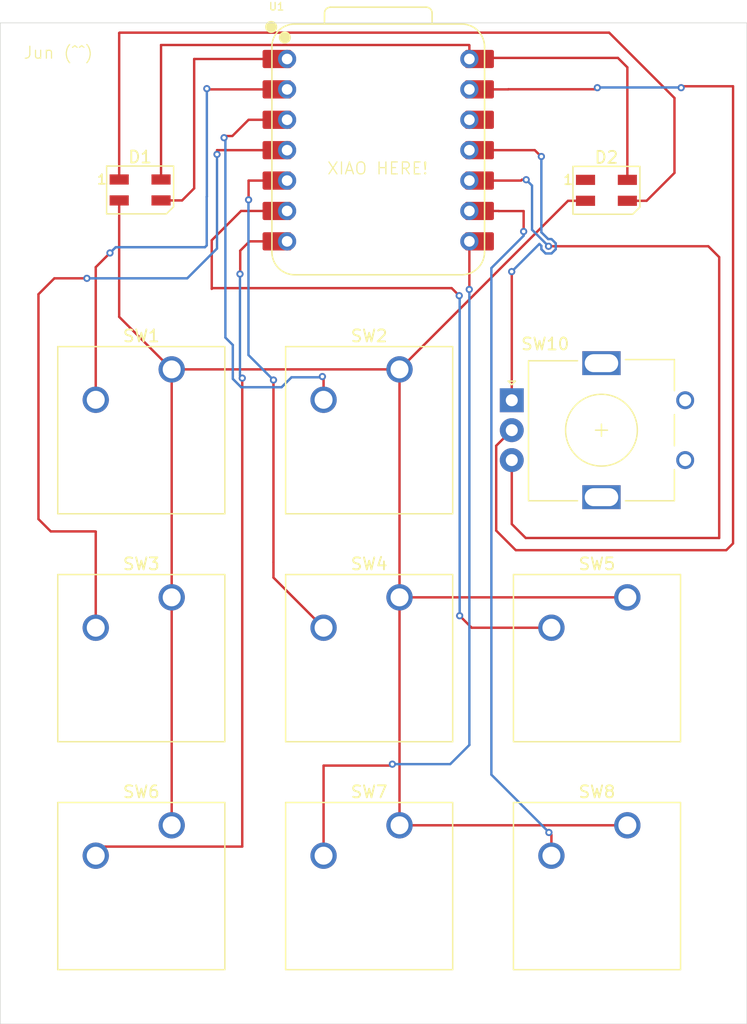
<source format=kicad_pcb>
(kicad_pcb (version 20241229) (generator "pcbnew") (generator_version "9.0")
  (title_block (title "Jun's Macropad") (date "2025-12-24") (company "Jun"))
  (layers (0 "F.Cu" signal) (2 "B.Cu" signal) (13 "F.Paste" user) (15 "B.Paste" user) (5 "F.SilkS" user "F.Silkscreen") (7 "B.SilkS" user "B.Silkscreen") (1 "F.Mask" user) (3 "B.Mask" user) (25 "Edge.Cuts" user))
  (net 0 "")
  (net 1 "GND")
  (net 2 "Net-(D1-DOUT)")
  (net 3 "Net-(D1-DIN)")
  (net 4 "+5V")
  (net 6 "Net-(U1-GPIO27{slash}ADC1{slash}A1)")
  (net 7 "Net-(U1-GPIO28{slash}ADC2{slash}A2)")
  (net 8 "Net-(U1-GPIO29{slash}ADC3{slash}A3)")
  (net 9 "Net-(U1-GPIO6{slash}SDA)")
  (net 10 "Net-(U1-GPIO7{slash}SCL)")
  (net 11 "Net-(U1-GPIO0{slash}TX)")
  (net 12 "Net-(U1-GPIO1{slash}RX)")
  (net 13 "Net-(U1-GPIO2{slash}SCK)")
  (net 14 "Net-(U1-GPIO3{slash}MOSI)")
  (net 15 "Net-(U1-GPIO4{slash}MISO)")
  (net 16 "Net-(U1-GND)")
  (footprint "Button_Switch_Keyboard:SW_Cherry_MX_1.00u_PCB" (layer "F.Cu") (at 154.495 124.21)
    (property "Reference" "SW7" (at -2.54 -2.794 0) (layer "F.SilkS"))
    (property "Value" "SW_Push")
    (fp_line (start -9.525 -1.905) (end 4.445 -1.905) (stroke (width 0.12)) (layer "F.SilkS"))
    (fp_line (start -9.525 12.065) (end -9.525 -1.905) (stroke (width 0.12)) (layer "F.SilkS"))
    (fp_line (start 4.445 -1.905) (end 4.445 12.065) (stroke (width 0.12)) (layer "F.SilkS"))
    (fp_line (start 4.445 12.065) (end -9.525 12.065) (stroke (width 0.12)) (layer "F.SilkS"))
    (pad "" np_thru_hole circle (at -7.62 5.08) (size 1.7 1.7) (drill 1.7) (layers "*.Cu" "*.Mask"))
    (pad "" np_thru_hole circle (at -2.54 5.08) (size 4 4) (drill 4) (layers "*.Cu" "*.Mask"))
    (pad "" np_thru_hole circle (at 2.54 5.08) (size 1.7 1.7) (drill 1.7) (layers "*.Cu" "*.Mask"))
    (pad "1" thru_hole circle (at 0 0) (size 2.2 2.2) (drill 1.5) (layers "*.Cu" "*.Mask") (net 1 "GND"))
    (pad "2" thru_hole circle (at -6.35 2.54) (size 2.2 2.2) (drill 1.5) (layers "*.Cu" "*.Mask") (net 12 "Net-(U1-GPIO1{slash}RX)"))
  )
  (footprint "Button_Switch_Keyboard:SW_Cherry_MX_1.00u_PCB" (layer "F.Cu") (at 135.445 105.16)
    (property "Reference" "SW3" (at -2.54 -2.794 0) (layer "F.SilkS"))
    (property "Value" "SW_Push")
    (fp_line (start -9.525 -1.905) (end 4.445 -1.905) (stroke (width 0.12)) (layer "F.SilkS"))
    (fp_line (start -9.525 12.065) (end -9.525 -1.905) (stroke (width 0.12)) (layer "F.SilkS"))
    (fp_line (start 4.445 -1.905) (end 4.445 12.065) (stroke (width 0.12)) (layer "F.SilkS"))
    (fp_line (start 4.445 12.065) (end -9.525 12.065) (stroke (width 0.12)) (layer "F.SilkS"))
    (pad "" np_thru_hole circle (at -7.62 5.08) (size 1.7 1.7) (drill 1.7) (layers "*.Cu" "*.Mask"))
    (pad "" np_thru_hole circle (at -2.54 5.08) (size 4 4) (drill 4) (layers "*.Cu" "*.Mask"))
    (pad "" np_thru_hole circle (at 2.54 5.08) (size 1.7 1.7) (drill 1.7) (layers "*.Cu" "*.Mask"))
    (pad "1" thru_hole circle (at 0 0) (size 2.2 2.2) (drill 1.5) (layers "*.Cu" "*.Mask") (net 1 "GND"))
    (pad "2" thru_hole circle (at -6.35 2.54) (size 2.2 2.2) (drill 1.5) (layers "*.Cu" "*.Mask") (net 8 "Net-(U1-GPIO29{slash}ADC3{slash}A3)"))
  )
  (footprint "Rotary_Encoder:RotaryEncoder_Alps_EC11E_Vertical_H20mm" (layer "F.Cu") (at 163.88 88.69)
    (property "Reference" "SW10" (at 2.8 -4.7 0) (layer "F.SilkS"))
    (property "Value" "RotaryEncoder")
    (fp_line (start -0.3 -1.6) (end 0.3 -1.6) (stroke (width 0.12)) (layer "F.SilkS"))
    (fp_line (start 0 -1.3) (end -0.3 -1.6) (stroke (width 0.12)) (layer "F.SilkS"))
    (fp_line (start 0.3 -1.6) (end 0 -1.3) (stroke (width 0.12)) (layer "F.SilkS"))
    (fp_line (start 1.4 -3.3) (end 1.4 8.4) (stroke (width 0.12)) (layer "F.SilkS"))
    (fp_line (start 5.5 -3.3) (end 1.4 -3.3) (stroke (width 0.12)) (layer "F.SilkS"))
    (fp_line (start 5.5 8.4) (end 1.4 8.4) (stroke (width 0.12)) (layer "F.SilkS"))
    (fp_line (start 7 2.5) (end 8 2.5) (stroke (width 0.12)) (layer "F.SilkS"))
    (fp_line (start 7.5 2) (end 7.5 3) (stroke (width 0.12)) (layer "F.SilkS"))
    (fp_line (start 9.5 -3.4) (end 13.6 -3.4) (stroke (width 0.12)) (layer "F.SilkS"))
    (fp_line (start 13.6 -3.4) (end 13.6 -0.8) (stroke (width 0.12)) (layer "F.SilkS"))
    (fp_line (start 13.6 1.2) (end 13.6 3.8) (stroke (width 0.12)) (layer "F.SilkS"))
    (fp_line (start 13.6 5.8) (end 13.6 8.4) (stroke (width 0.12)) (layer "F.SilkS"))
    (fp_line (start 13.6 8.4) (end 9.5 8.4) (stroke (width 0.12)) (layer "F.SilkS"))
    (fp_circle (center 7.5 2.5) (end 10.5 2.5) (stroke (width 0.12)) (fill no) (layer "F.SilkS"))
    (pad "" thru_hole circle (at 14.5 0) (size 1.5 1.5) (drill 1) (layers "*.Cu" "*.Mask"))
    (pad "" thru_hole circle (at 14.5 5) (size 1.5 1.5) (drill 1) (layers "*.Cu" "*.Mask"))
    (pad "A" thru_hole rect (at 0 0) (size 2 2) (drill 1) (layers "*.Cu" "*.Mask") (net 14 "Net-(U1-GPIO3{slash}MOSI)"))
    (pad "B" thru_hole circle (at 0 5) (size 2 2) (drill 1) (layers "*.Cu" "*.Mask") (net 15 "Net-(U1-GPIO4{slash}MISO)"))
    (pad "C" thru_hole circle (at 0 2.5) (size 2 2) (drill 1) (layers "*.Cu" "*.Mask") (net 16 "Net-(U1-GND)"))
    (pad "MP" thru_hole rect (at 7.5 -3.1) (size 3.2 2) (drill oval 2.8 1.5) (layers "*.Cu" "*.Mask"))
    (pad "MP" thru_hole rect (at 7.5 8.1) (size 3.2 2) (drill oval 2.8 1.5) (layers "*.Cu" "*.Mask"))
  )
  (footprint "Button_Switch_Keyboard:SW_Cherry_MX_1.00u_PCB" (layer "F.Cu") (at 154.495 105.16)
    (property "Reference" "SW4" (at -2.54 -2.794 0) (layer "F.SilkS"))
    (property "Value" "SW_Push")
    (fp_line (start -9.525 -1.905) (end 4.445 -1.905) (stroke (width 0.12)) (layer "F.SilkS"))
    (fp_line (start -9.525 12.065) (end -9.525 -1.905) (stroke (width 0.12)) (layer "F.SilkS"))
    (fp_line (start 4.445 -1.905) (end 4.445 12.065) (stroke (width 0.12)) (layer "F.SilkS"))
    (fp_line (start 4.445 12.065) (end -9.525 12.065) (stroke (width 0.12)) (layer "F.SilkS"))
    (pad "" np_thru_hole circle (at -7.62 5.08) (size 1.7 1.7) (drill 1.7) (layers "*.Cu" "*.Mask"))
    (pad "" np_thru_hole circle (at -2.54 5.08) (size 4 4) (drill 4) (layers "*.Cu" "*.Mask"))
    (pad "" np_thru_hole circle (at 2.54 5.08) (size 1.7 1.7) (drill 1.7) (layers "*.Cu" "*.Mask"))
    (pad "1" thru_hole circle (at 0 0) (size 2.2 2.2) (drill 1.5) (layers "*.Cu" "*.Mask") (net 1 "GND"))
    (pad "2" thru_hole circle (at -6.35 2.54) (size 2.2 2.2) (drill 1.5) (layers "*.Cu" "*.Mask") (net 9 "Net-(U1-GPIO6{slash}SDA)"))
  )
  (footprint "LED_SMD:LED_SK6812MINI_PLCC4_3.5x3.5mm_P1.75mm" (layer "F.Cu") (at 171.795 71.145)
    (property "Reference" "D2" (at 0 -2.75 0) (layer "F.SilkS"))
    (property "Value" "SK6812MINI")
    (fp_line (start -2.8 -2) (end -2.8 2) (stroke (width 0.12)) (layer "F.SilkS"))
    (fp_line (start -2.8 -2) (end 2.8 -2) (stroke (width 0.12)) (layer "F.SilkS"))
    (fp_line (start -2.8 2) (end 2.2 2) (stroke (width 0.12)) (layer "F.SilkS"))
    (fp_line (start 2.8 1.4) (end 2.2 2) (stroke (width 0.12)) (layer "F.SilkS"))
    (fp_line (start 2.8 1.4) (end 2.8 -2) (stroke (width 0.12)) (layer "F.SilkS"))
    (fp_text user "1" (at -3.2 -0.875 0) (layer "F.SilkS") (effects (font (size 0.8 0.8))))
    (pad "1" smd rect (at -1.75 -0.875) (size 1.6 0.85) (layers "F.Cu" "F.Mask" "F.Paste"))
    (pad "2" smd rect (at -1.75 0.875) (size 1.6 0.85) (layers "F.Cu" "F.Mask" "F.Paste") (net 1 "GND"))
    (pad "3" smd rect (at 1.75 0.875) (size 1.6 0.85) (layers "F.Cu" "F.Mask" "F.Paste") (net 2 "Net-(D1-DOUT)"))
    (pad "4" smd rect (at 1.75 -0.875) (size 1.6 0.85) (layers "F.Cu" "F.Mask" "F.Paste") (net 4 "+5V"))
  )
  (footprint "Button_Switch_Keyboard:SW_Cherry_MX_1.00u_PCB" (layer "F.Cu") (at 173.545 124.21)
    (property "Reference" "SW8" (at -2.54 -2.794 0) (layer "F.SilkS"))
    (property "Value" "SW_Push")
    (fp_line (start -9.525 -1.905) (end 4.445 -1.905) (stroke (width 0.12)) (layer "F.SilkS"))
    (fp_line (start -9.525 12.065) (end -9.525 -1.905) (stroke (width 0.12)) (layer "F.SilkS"))
    (fp_line (start 4.445 -1.905) (end 4.445 12.065) (stroke (width 0.12)) (layer "F.SilkS"))
    (fp_line (start 4.445 12.065) (end -9.525 12.065) (stroke (width 0.12)) (layer "F.SilkS"))
    (pad "" np_thru_hole circle (at -7.62 5.08) (size 1.7 1.7) (drill 1.7) (layers "*.Cu" "*.Mask"))
    (pad "" np_thru_hole circle (at -2.54 5.08) (size 4 4) (drill 4) (layers "*.Cu" "*.Mask"))
    (pad "" np_thru_hole circle (at 2.54 5.08) (size 1.7 1.7) (drill 1.7) (layers "*.Cu" "*.Mask"))
    (pad "1" thru_hole circle (at 0 0) (size 2.2 2.2) (drill 1.5) (layers "*.Cu" "*.Mask") (net 1 "GND"))
    (pad "2" thru_hole circle (at -6.35 2.54) (size 2.2 2.2) (drill 1.5) (layers "*.Cu" "*.Mask") (net 13 "Net-(U1-GPIO2{slash}SCK)"))
  )
  (footprint "Button_Switch_Keyboard:SW_Cherry_MX_1.00u_PCB" (layer "F.Cu") (at 154.495 86.11)
    (property "Reference" "SW2" (at -2.54 -2.794 0) (layer "F.SilkS"))
    (property "Value" "SW_Push")
    (fp_line (start -9.525 -1.905) (end 4.445 -1.905) (stroke (width 0.12)) (layer "F.SilkS"))
    (fp_line (start -9.525 12.065) (end -9.525 -1.905) (stroke (width 0.12)) (layer "F.SilkS"))
    (fp_line (start 4.445 -1.905) (end 4.445 12.065) (stroke (width 0.12)) (layer "F.SilkS"))
    (fp_line (start 4.445 12.065) (end -9.525 12.065) (stroke (width 0.12)) (layer "F.SilkS"))
    (pad "" np_thru_hole circle (at -7.62 5.08) (size 1.7 1.7) (drill 1.7) (layers "*.Cu" "*.Mask"))
    (pad "" np_thru_hole circle (at -2.54 5.08) (size 4 4) (drill 4) (layers "*.Cu" "*.Mask"))
    (pad "" np_thru_hole circle (at 2.54 5.08) (size 1.7 1.7) (drill 1.7) (layers "*.Cu" "*.Mask"))
    (pad "1" thru_hole circle (at 0 0) (size 2.2 2.2) (drill 1.5) (layers "*.Cu" "*.Mask") (net 1 "GND"))
    (pad "2" thru_hole circle (at -6.35 2.54) (size 2.2 2.2) (drill 1.5) (layers "*.Cu" "*.Mask") (net 7 "Net-(U1-GPIO28{slash}ADC2{slash}A2)"))
  )
  (footprint "Button_Switch_Keyboard:SW_Cherry_MX_1.00u_PCB" (layer "F.Cu") (at 173.545 105.16)
    (property "Reference" "SW5" (at -2.54 -2.794 0) (layer "F.SilkS"))
    (property "Value" "SW_Push")
    (fp_line (start -9.525 -1.905) (end 4.445 -1.905) (stroke (width 0.12)) (layer "F.SilkS"))
    (fp_line (start -9.525 12.065) (end -9.525 -1.905) (stroke (width 0.12)) (layer "F.SilkS"))
    (fp_line (start 4.445 -1.905) (end 4.445 12.065) (stroke (width 0.12)) (layer "F.SilkS"))
    (fp_line (start 4.445 12.065) (end -9.525 12.065) (stroke (width 0.12)) (layer "F.SilkS"))
    (pad "" np_thru_hole circle (at -7.62 5.08) (size 1.7 1.7) (drill 1.7) (layers "*.Cu" "*.Mask"))
    (pad "" np_thru_hole circle (at -2.54 5.08) (size 4 4) (drill 4) (layers "*.Cu" "*.Mask"))
    (pad "" np_thru_hole circle (at 2.54 5.08) (size 1.7 1.7) (drill 1.7) (layers "*.Cu" "*.Mask"))
    (pad "1" thru_hole circle (at 0 0) (size 2.2 2.2) (drill 1.5) (layers "*.Cu" "*.Mask") (net 1 "GND"))
    (pad "2" thru_hole circle (at -6.35 2.54) (size 2.2 2.2) (drill 1.5) (layers "*.Cu" "*.Mask") (net 10 "Net-(U1-GPIO7{slash}SCL)"))
  )
  (footprint "XIAO_Series_Library:XIAO-RP2040-DIP" (layer "F.Cu") (at 152.715 67.79)
    (property "Reference" "U1" (at -8.5 -12 0) (layer "F.SilkS") (effects (font (size 0.635 0.635) (thickness 0.1016))))
    (property "Value" "XIAO-RP2040-DIP")
    (fp_line (start -8.89 8.509) (end -8.89 -8.636) (stroke (width 0.127)) (layer "F.SilkS"))
    (fp_line (start -6.985 10.414) (end 6.985 10.414) (stroke (width 0.127)) (layer "F.SilkS"))
    (fp_line (start -4.495 -10.541) (end -4.491272 -11.451272) (stroke (width 0.127)) (layer "F.SilkS"))
    (fp_line (start -3.991272 -11.951) (end 4.004 -11.951) (stroke (width 0.127)) (layer "F.SilkS"))
    (fp_line (start 4.504 -11.451) (end 4.504 -10.541) (stroke (width 0.127)) (layer "F.SilkS"))
    (fp_line (start 6.985 -10.541) (end -6.985 -10.541) (stroke (width 0.1)) (layer "F.SilkS"))
    (fp_line (start 6.985 -10.541) (end -6.985 -10.541) (stroke (width 0.127)) (layer "F.SilkS"))
    (fp_line (start 8.89 8.509) (end 8.89 -8.636) (stroke (width 0.127)) (layer "F.SilkS"))
    (fp_arc (start -8.89 -8.636) (mid -8.332038 -9.983038) (end -6.985 -10.541) (stroke (width 0.127)) (layer "F.SilkS"))
    (fp_arc (start -6.985 10.414) (mid -8.332038 9.856038) (end -8.89 8.509) (stroke (width 0.127)) (layer "F.SilkS"))
    (fp_arc (start -4.491272 -11.451272) (mid -4.344728 -11.80464) (end -3.991272 -11.951) (stroke (width 0.127)) (layer "F.SilkS"))
    (fp_arc (start 4.004 -11.951) (mid 4.357553 -11.804553) (end 4.504 -11.451) (stroke (width 0.127)) (layer "F.SilkS"))
    (fp_arc (start 6.985 -10.541) (mid 8.332038 -9.983038) (end 8.89 -8.636) (stroke (width 0.127)) (layer "F.SilkS"))
    (fp_arc (start 8.89 8.509) (mid 8.332038 9.856038) (end 6.985 10.414) (stroke (width 0.127)) (layer "F.SilkS"))
    (fp_circle (center -8.95 -10.3) (end -8.95 -10.554) (stroke (width 0.5)) (fill yes) (layer "F.SilkS"))
    (fp_circle (center -7.807 -9.42) (end -7.807 -9.674) (stroke (width 0.5)) (fill yes) (layer "F.SilkS"))
    (pad "1" smd roundrect (at -8.455 -7.62 180) (size 2.432 1.524) (layers "F.Cu" "F.Mask") (roundrect_rratio 0.1) (net 3 "Net-(D1-DIN)"))
    (pad "1" thru_hole circle (at -7.62 -7.62 180) (size 1.524 1.524) (drill 0.889) (layers "*.Cu" "*.Mask") (net 3 "Net-(D1-DIN)"))
    (pad "2" smd roundrect (at -8.455 -5.08 180) (size 2.432 1.524) (layers "F.Cu" "F.Mask") (roundrect_rratio 0.1) (net 6 "Net-(U1-GPIO27{slash}ADC1{slash}A1)"))
    (pad "2" thru_hole circle (at -7.62 -5.08 180) (size 1.524 1.524) (drill 0.889) (layers "*.Cu" "*.Mask") (net 6 "Net-(U1-GPIO27{slash}ADC1{slash}A1)"))
    (pad "3" smd roundrect (at -8.455 -2.54 180) (size 2.432 1.524) (layers "F.Cu" "F.Mask") (roundrect_rratio 0.1) (net 7 "Net-(U1-GPIO28{slash}ADC2{slash}A2)"))
    (pad "3" thru_hole circle (at -7.62 -2.54 180) (size 1.524 1.524) (drill 0.889) (layers "*.Cu" "*.Mask") (net 7 "Net-(U1-GPIO28{slash}ADC2{slash}A2)"))
    (pad "4" smd roundrect (at -8.455 0 180) (size 2.432 1.524) (layers "F.Cu" "F.Mask") (roundrect_rratio 0.1) (net 8 "Net-(U1-GPIO29{slash}ADC3{slash}A3)"))
    (pad "4" thru_hole circle (at -7.62 0 180) (size 1.524 1.524) (drill 0.889) (layers "*.Cu" "*.Mask") (net 8 "Net-(U1-GPIO29{slash}ADC3{slash}A3)"))
    (pad "5" smd roundrect (at -8.455 2.54 180) (size 2.432 1.524) (layers "F.Cu" "F.Mask") (roundrect_rratio 0.1) (net 9 "Net-(U1-GPIO6{slash}SDA)"))
    (pad "5" thru_hole circle (at -7.62 2.54 180) (size 1.524 1.524) (drill 0.889) (layers "*.Cu" "*.Mask") (net 9 "Net-(U1-GPIO6{slash}SDA)"))
    (pad "6" smd roundrect (at -8.455 5.08 180) (size 2.432 1.524) (layers "F.Cu" "F.Mask") (roundrect_rratio 0.1) (net 10 "Net-(U1-GPIO7{slash}SCL)"))
    (pad "6" thru_hole circle (at -7.62 5.08 180) (size 1.524 1.524) (drill 0.889) (layers "*.Cu" "*.Mask") (net 10 "Net-(U1-GPIO7{slash}SCL)"))
    (pad "7" smd roundrect (at -8.455 7.62 180) (size 2.432 1.524) (layers "F.Cu" "F.Mask") (roundrect_rratio 0.1) (net 11 "Net-(U1-GPIO0{slash}TX)"))
    (pad "7" thru_hole circle (at -7.62 7.62 180) (size 1.524 1.524) (drill 0.889) (layers "*.Cu" "*.Mask") (net 11 "Net-(U1-GPIO0{slash}TX)"))
    (pad "8" thru_hole circle (at 7.62 7.62) (size 1.524 1.524) (drill 0.889) (layers "*.Cu" "*.Mask") (net 12 "Net-(U1-GPIO1{slash}RX)"))
    (pad "8" smd roundrect (at 8.455 7.62) (size 2.432 1.524) (layers "F.Cu" "F.Mask") (roundrect_rratio 0.1) (net 12 "Net-(U1-GPIO1{slash}RX)"))
    (pad "9" thru_hole circle (at 7.62 5.08) (size 1.524 1.524) (drill 0.889) (layers "*.Cu" "*.Mask") (net 13 "Net-(U1-GPIO2{slash}SCK)"))
    (pad "9" smd roundrect (at 8.455 5.08) (size 2.432 1.524) (layers "F.Cu" "F.Mask") (roundrect_rratio 0.1) (net 13 "Net-(U1-GPIO2{slash}SCK)"))
    (pad "10" thru_hole circle (at 7.62 2.54) (size 1.524 1.524) (drill 0.889) (layers "*.Cu" "*.Mask") (net 15 "Net-(U1-GPIO4{slash}MISO)"))
    (pad "10" smd roundrect (at 8.455 2.54) (size 2.432 1.524) (layers "F.Cu" "F.Mask") (roundrect_rratio 0.1) (net 15 "Net-(U1-GPIO4{slash}MISO)"))
    (pad "11" thru_hole circle (at 7.62 0) (size 1.524 1.524) (drill 0.889) (layers "*.Cu" "*.Mask") (net 14 "Net-(U1-GPIO3{slash}MOSI)"))
    (pad "11" smd roundrect (at 8.455 0) (size 2.432 1.524) (layers "F.Cu" "F.Mask") (roundrect_rratio 0.1) (net 14 "Net-(U1-GPIO3{slash}MOSI)"))
    (pad "12" thru_hole circle (at 7.62 -2.54) (size 1.524 1.524) (drill 0.889) (layers "*.Cu" "*.Mask"))
    (pad "12" smd roundrect (at 8.455 -2.54) (size 2.432 1.524) (layers "F.Cu" "F.Mask") (roundrect_rratio 0.1))
    (pad "13" thru_hole circle (at 7.62 -5.08) (size 1.524 1.524) (drill 0.889) (layers "*.Cu" "*.Mask") (net 16 "Net-(U1-GND)"))
    (pad "13" smd roundrect (at 8.455 -5.08) (size 2.432 1.524) (layers "F.Cu" "F.Mask") (roundrect_rratio 0.1) (net 16 "Net-(U1-GND)"))
    (pad "14" thru_hole circle (at 7.62 -7.62) (size 1.524 1.524) (drill 0.889) (layers "*.Cu" "*.Mask") (net 4 "+5V"))
    (pad "14" smd roundrect (at 8.455 -7.62) (size 2.432 1.524) (layers "F.Cu" "F.Mask") (roundrect_rratio 0.1) (net 4 "+5V"))
  )
  (footprint "Button_Switch_Keyboard:SW_Cherry_MX_1.00u_PCB" (layer "F.Cu") (at 135.445 86.11)
    (property "Reference" "SW1" (at -2.54 -2.794 0) (layer "F.SilkS"))
    (property "Value" "SW_Push")
    (fp_line (start -9.525 -1.905) (end 4.445 -1.905) (stroke (width 0.12)) (layer "F.SilkS"))
    (fp_line (start -9.525 12.065) (end -9.525 -1.905) (stroke (width 0.12)) (layer "F.SilkS"))
    (fp_line (start 4.445 -1.905) (end 4.445 12.065) (stroke (width 0.12)) (layer "F.SilkS"))
    (fp_line (start 4.445 12.065) (end -9.525 12.065) (stroke (width 0.12)) (layer "F.SilkS"))
    (pad "" np_thru_hole circle (at -7.62 5.08) (size 1.7 1.7) (drill 1.7) (layers "*.Cu" "*.Mask"))
    (pad "" np_thru_hole circle (at -2.54 5.08) (size 4 4) (drill 4) (layers "*.Cu" "*.Mask"))
    (pad "" np_thru_hole circle (at 2.54 5.08) (size 1.7 1.7) (drill 1.7) (layers "*.Cu" "*.Mask"))
    (pad "1" thru_hole circle (at 0 0) (size 2.2 2.2) (drill 1.5) (layers "*.Cu" "*.Mask") (net 1 "GND"))
    (pad "2" thru_hole circle (at -6.35 2.54) (size 2.2 2.2) (drill 1.5) (layers "*.Cu" "*.Mask") (net 6 "Net-(U1-GPIO27{slash}ADC1{slash}A1)"))
  )
  (footprint "LED_SMD:LED_SK6812MINI_PLCC4_3.5x3.5mm_P1.75mm" (layer "F.Cu") (at 132.805 71.115)
    (property "Reference" "D1" (at 0 -2.75 0) (layer "F.SilkS"))
    (property "Value" "SK6812MINI")
    (fp_line (start -2.8 -2) (end -2.8 2) (stroke (width 0.12)) (layer "F.SilkS"))
    (fp_line (start -2.8 -2) (end 2.8 -2) (stroke (width 0.12)) (layer "F.SilkS"))
    (fp_line (start -2.8 2) (end 2.2 2) (stroke (width 0.12)) (layer "F.SilkS"))
    (fp_line (start 2.8 1.4) (end 2.2 2) (stroke (width 0.12)) (layer "F.SilkS"))
    (fp_line (start 2.8 1.4) (end 2.8 -2) (stroke (width 0.12)) (layer "F.SilkS"))
    (fp_text user "1" (at -3.2 -0.875 0) (layer "F.SilkS") (effects (font (size 0.8 0.8))))
    (pad "1" smd rect (at -1.75 -0.875) (size 1.6 0.85) (layers "F.Cu" "F.Mask" "F.Paste") (net 2 "Net-(D1-DOUT)"))
    (pad "2" smd rect (at -1.75 0.875) (size 1.6 0.85) (layers "F.Cu" "F.Mask" "F.Paste") (net 1 "GND"))
    (pad "3" smd rect (at 1.75 0.875) (size 1.6 0.85) (layers "F.Cu" "F.Mask" "F.Paste") (net 3 "Net-(D1-DIN)"))
    (pad "4" smd rect (at 1.75 -0.875) (size 1.6 0.85) (layers "F.Cu" "F.Mask" "F.Paste") (net 4 "+5V"))
  )
  (footprint "Button_Switch_Keyboard:SW_Cherry_MX_1.00u_PCB" (layer "F.Cu") (at 135.445 124.21)
    (property "Reference" "SW6" (at -2.54 -2.794 0) (layer "F.SilkS"))
    (property "Value" "SW_Push")
    (fp_line (start -9.525 -1.905) (end 4.445 -1.905) (stroke (width 0.12)) (layer "F.SilkS"))
    (fp_line (start -9.525 12.065) (end -9.525 -1.905) (stroke (width 0.12)) (layer "F.SilkS"))
    (fp_line (start 4.445 -1.905) (end 4.445 12.065) (stroke (width 0.12)) (layer "F.SilkS"))
    (fp_line (start 4.445 12.065) (end -9.525 12.065) (stroke (width 0.12)) (layer "F.SilkS"))
    (pad "" np_thru_hole circle (at -7.62 5.08) (size 1.7 1.7) (drill 1.7) (layers "*.Cu" "*.Mask"))
    (pad "" np_thru_hole circle (at -2.54 5.08) (size 4 4) (drill 4) (layers "*.Cu" "*.Mask"))
    (pad "" np_thru_hole circle (at 2.54 5.08) (size 1.7 1.7) (drill 1.7) (layers "*.Cu" "*.Mask"))
    (pad "1" thru_hole circle (at 0 0) (size 2.2 2.2) (drill 1.5) (layers "*.Cu" "*.Mask") (net 1 "GND"))
    (pad "2" thru_hole circle (at -6.35 2.54) (size 2.2 2.2) (drill 1.5) (layers "*.Cu" "*.Mask") (net 11 "Net-(U1-GPIO0{slash}TX)"))
  )
  (gr_rect (start 121.115 57.15) (end 183.535 140.81) (stroke (width 0.05)) (fill no) (layer "Edge.Cuts"))
  (gr_text "Jun (^^)" (at 122.995 60.23 0) (layer "F.SilkS") (effects (font (size 1 1) (thickness 0.1)) (justify left bottom)))
  (gr_text "XIAO HERE!" (at 148.385 69.9 0) (layer "F.SilkS") (effects (font (size 1 1) (thickness 0.1)) (justify left bottom)))
  (segment (start 135.445 105.16) (end 135.445 86.11) (width 0.2) (layer "F.Cu") (net 1))
  (segment (start 170.045 72.02) (end 168.585 72.02) (width 0.2) (layer "F.Cu") (net 1))
  (segment (start 173.545 124.21) (end 154.495 124.21) (width 0.2) (layer "F.Cu") (net 1))
  (segment (start 131.055 81.72) (end 135.445 86.11) (width 0.2) (layer "F.Cu") (net 1))
  (segment (start 131.055 71.99) (end 131.055 81.72) (width 0.2) (layer "F.Cu") (net 1))
  (segment (start 135.445 124.21) (end 135.445 105.16) (width 0.2) (layer "F.Cu") (net 1))
  (segment (start 154.495 124.21) (end 154.495 105.16) (width 0.2) (layer "F.Cu") (net 1))
  (segment (start 168.585 72.02) (end 154.495 86.11) (width 0.2) (layer "F.Cu") (net 1))
  (segment (start 135.445 86.11) (end 154.495 86.11) (width 0.2) (layer "F.Cu") (net 1))
  (segment (start 173.545 105.16) (end 154.495 105.16) (width 0.2) (layer "F.Cu") (net 1))
  (segment (start 154.495 105.16) (end 154.495 86.11) (width 0.2) (layer "F.Cu") (net 1))
  (segment (start 131.055 70.24) (end 131.055 58) (width 0.2) (layer "F.Cu") (net 2))
  (segment (start 175.155 72.02) (end 173.545 72.02) (width 0.2) (layer "F.Cu") (net 2))
  (segment (start 177.485 69.69) (end 175.155 72.02) (width 0.2) (layer "F.Cu") (net 2))
  (segment (start 172.025 57.97) (end 177.485 63.43) (width 0.2) (layer "F.Cu") (net 2))
  (segment (start 131.055 58) (end 131.085 57.97) (width 0.2) (layer "F.Cu") (net 2))
  (segment (start 131.085 57.97) (end 172.025 57.97) (width 0.2) (layer "F.Cu") (net 2))
  (segment (start 177.485 63.43) (end 177.485 69.69) (width 0.2) (layer "F.Cu") (net 2))
  (segment (start 137.325 70.98) (end 136.315 71.99) (width 0.2) (layer "F.Cu") (net 3))
  (segment (start 137.325 60.17) (end 137.325 70.98) (width 0.2) (layer "F.Cu") (net 3))
  (segment (start 145.095 60.17) (end 137.325 60.17) (width 0.2) (layer "F.Cu") (net 3))
  (segment (start 136.315 71.99) (end 134.555 71.99) (width 0.2) (layer "F.Cu") (net 3))
  (segment (start 134.555 59) (end 160.305 59) (width 0.2) (layer "F.Cu") (net 4))
  (segment (start 160.335 59.03) (end 160.335 60.17) (width 0.2) (layer "F.Cu") (net 4))
  (segment (start 173.545 70.27) (end 173.545 60.87) (width 0.2) (layer "F.Cu") (net 4))
  (segment (start 134.555 70.24) (end 134.555 59) (width 0.2) (layer "F.Cu") (net 4))
  (segment (start 172.755 60.08) (end 160.425 60.08) (width 0.2) (layer "F.Cu") (net 4))
  (segment (start 173.545 60.87) (end 172.755 60.08) (width 0.2) (layer "F.Cu") (net 4))
  (segment (start 160.305 59) (end 160.335 59.03) (width 0.2) (layer "F.Cu") (net 4))
  (segment (start 160.425 60.08) (end 160.335 60.17) (width 0.2) (layer "F.Cu") (net 4))
  (segment (start 129.095 88.65) (end 129.095 77.57) (width 0.2) (layer "F.Cu") (net 6))
  (segment (start 138.385 62.65) (end 138.445 62.71) (width 0.2) (layer "F.Cu") (net 6))
  (segment (start 129.095 77.57) (end 130.285 76.38) (width 0.2) (layer "F.Cu") (net 6))
  (segment (start 138.445 62.71) (end 145.095 62.71) (width 0.2) (layer "F.Cu") (net 6))
  (via (at 130.285 76.38) (size 0.6) (drill 0.3) (layers "F.Cu" "B.Cu") (net 6))
  (via (at 138.385 62.65) (size 0.6) (drill 0.3) (layers "F.Cu" "B.Cu") (net 6))
  (segment (start 138.385 62.65) (end 138.385 71.67) (width 0.2) (layer "B.Cu") (net 6))
  (segment (start 138.225 75.9) (end 130.765 75.9) (width 0.2) (layer "B.Cu") (net 6))
  (segment (start 138.375 75.75) (end 138.225 75.9) (width 0.2) (layer "B.Cu") (net 6))
  (segment (start 130.765 75.9) (end 130.285 76.38) (width 0.2) (layer "B.Cu") (net 6))
  (segment (start 138.385 71.67) (end 138.375 71.68) (width 0.2) (layer "B.Cu") (net 6))
  (segment (start 138.375 71.68) (end 138.375 75.75) (width 0.2) (layer "B.Cu") (net 6))
  (segment (start 139.825 66.75) (end 139.965 66.61) (width 0.2) (layer "F.Cu") (net 7))
  (segment (start 140.515 66.61) (end 141.875 65.25) (width 0.2) (layer "F.Cu") (net 7))
  (segment (start 139.965 66.61) (end 140.515 66.61) (width 0.2) (layer "F.Cu") (net 7))
  (segment (start 148.145 86.81) (end 148.045 86.71) (width 0.2) (layer "F.Cu") (net 7))
  (segment (start 148.145 88.65) (end 148.145 86.81) (width 0.2) (layer "F.Cu") (net 7))
  (segment (start 141.875 65.25) (end 145.095 65.25) (width 0.2) (layer "F.Cu") (net 7))
  (via (at 139.825 66.75) (size 0.6) (drill 0.3) (layers "F.Cu" "B.Cu") (net 7))
  (via (at 148.045 86.71) (size 0.6) (drill 0.3) (layers "F.Cu" "B.Cu") (net 7))
  (segment (start 139.935 83.45) (end 140.555 84.07) (width 0.2) (layer "B.Cu") (net 7))
  (segment (start 144.634 87.601) (end 145.465 86.77) (width 0.2) (layer "B.Cu") (net 7))
  (segment (start 140.555 86.899943) (end 141.256057 87.601) (width 0.2) (layer "B.Cu") (net 7))
  (segment (start 139.935 66.86) (end 139.935 83.45) (width 0.2) (layer "B.Cu") (net 7))
  (segment (start 140.555 84.07) (end 140.555 86.899943) (width 0.2) (layer "B.Cu") (net 7))
  (segment (start 147.985 86.77) (end 148.045 86.71) (width 0.2) (layer "B.Cu") (net 7))
  (segment (start 141.256057 87.601) (end 144.634 87.601) (width 0.2) (layer "B.Cu") (net 7))
  (segment (start 139.825 66.75) (end 139.935 66.86) (width 0.2) (layer "B.Cu") (net 7))
  (segment (start 145.465 86.77) (end 147.985 86.77) (width 0.2) (layer "B.Cu") (net 7))
  (segment (start 124.305 79.83) (end 125.635 78.5) (width 0.2) (layer "F.Cu") (net 8))
  (segment (start 129.095 107.7) (end 129.095 99.67) (width 0.2) (layer "F.Cu") (net 8))
  (segment (start 124.305 98.62) (end 124.305 79.83) (width 0.2) (layer "F.Cu") (net 8))
  (segment (start 139.235 68.14) (end 139.235 67.79) (width 0.2) (layer "F.Cu") (net 8))
  (segment (start 129.075 99.65) (end 125.335 99.65) (width 0.2) (layer "F.Cu") (net 8))
  (segment (start 125.335 99.65) (end 124.305 98.62) (width 0.2) (layer "F.Cu") (net 8))
  (segment (start 129.095 99.67) (end 129.075 99.65) (width 0.2) (layer "F.Cu") (net 8))
  (segment (start 139.235 67.79) (end 145.095 67.79) (width 0.2) (layer "F.Cu") (net 8))
  (segment (start 125.635 78.5) (end 128.355 78.5) (width 0.2) (layer "F.Cu") (net 8))
  (via (at 139.235 68.14) (size 0.6) (drill 0.3) (layers "F.Cu" "B.Cu") (net 8))
  (via (at 128.355 78.5) (size 0.6) (drill 0.3) (layers "F.Cu" "B.Cu") (net 8))
  (segment (start 136.745 78.5) (end 128.355 78.5) (width 0.2) (layer "B.Cu") (net 8))
  (segment (start 139.235 76.01) (end 136.745 78.5) (width 0.2) (layer "B.Cu") (net 8))
  (segment (start 139.235 68.14) (end 139.235 76.01) (width 0.2) (layer "B.Cu") (net 8))
  (segment (start 143.895 87.06) (end 143.955 87) (width 0.2) (layer "F.Cu") (net 9))
  (segment (start 141.875 71.94) (end 141.875 70.33) (width 0.2) (layer "F.Cu") (net 9))
  (segment (start 143.955 103.51) (end 143.955 102.23) (width 0.2) (layer "F.Cu") (net 9))
  (segment (start 148.145 107.7) (end 143.955 103.51) (width 0.2) (layer "F.Cu") (net 9))
  (segment (start 143.955 87.24) (end 143.895 87.18) (width 0.2) (layer "F.Cu") (net 9))
  (segment (start 143.955 102.23) (end 143.955 87.24) (width 0.2) (layer "F.Cu") (net 9))
  (segment (start 141.875 70.33) (end 145.095 70.33) (width 0.2) (layer "F.Cu") (net 9))
  (segment (start 143.895 87.18) (end 143.895 87.06) (width 0.2) (layer "F.Cu") (net 9))
  (via (at 143.955 87) (size 0.6) (drill 0.3) (layers "F.Cu" "B.Cu") (net 9))
  (via (at 141.875 71.94) (size 0.6) (drill 0.3) (layers "F.Cu" "B.Cu") (net 9))
  (segment (start 141.865 71.95) (end 141.865 84.91) (width 0.2) (layer "B.Cu") (net 9))
  (segment (start 141.865 84.91) (end 143.955 87) (width 0.2) (layer "B.Cu") (net 9))
  (segment (start 141.875 71.94) (end 141.865 71.95) (width 0.2) (layer "B.Cu") (net 9))
  (segment (start 141.245 72.87) (end 145.095 72.87) (width 0.2) (layer "F.Cu") (net 10))
  (segment (start 138.855 79.32) (end 138.795 79.38) (width 0.2) (layer "F.Cu") (net 10))
  (segment (start 167.195 107.7) (end 160.525 107.7) (width 0.2) (layer "F.Cu") (net 10))
  (segment (start 159.485 79.95) (end 158.855 79.32) (width 0.2) (layer "F.Cu") (net 10))
  (segment (start 160.525 107.7) (end 159.525 106.7) (width 0.2) (layer "F.Cu") (net 10))
  (segment (start 138.795 75.32) (end 141.245 72.87) (width 0.2) (layer "F.Cu") (net 10))
  (segment (start 158.855 79.32) (end 138.855 79.32) (width 0.2) (layer "F.Cu") (net 10))
  (segment (start 138.795 79.38) (end 138.795 75.32) (width 0.2) (layer "F.Cu") (net 10))
  (via (at 159.485 79.95) (size 0.6) (drill 0.3) (layers "F.Cu" "B.Cu") (net 10))
  (via (at 159.525 106.7) (size 0.6) (drill 0.3) (layers "F.Cu" "B.Cu") (net 10))
  (segment (start 159.485 79.95) (end 159.525 79.99) (width 0.2) (layer "B.Cu") (net 10))
  (segment (start 159.525 79.99) (end 159.525 106.7) (width 0.2) (layer "B.Cu") (net 10))
  (segment (start 141.345 125.99) (end 141.345 86.84) (width 0.2) (layer "F.Cu") (net 11))
  (segment (start 129.095 126.75) (end 129.855 125.99) (width 0.2) (layer "F.Cu") (net 11))
  (segment (start 129.855 125.99) (end 141.345 125.99) (width 0.2) (layer "F.Cu") (net 11))
  (segment (start 141.155 78.14) (end 141.175 78.12) (width 0.2) (layer "F.Cu") (net 11))
  (segment (start 141.175 78.12) (end 141.175 76.19) (width 0.2) (layer "F.Cu") (net 11))
  (segment (start 141.955 75.41) (end 145.095 75.41) (width 0.2) (layer "F.Cu") (net 11))
  (segment (start 141.175 76.19) (end 141.955 75.41) (width 0.2) (layer "F.Cu") (net 11))
  (via (at 141.345 86.84) (size 0.6) (drill 0.3) (layers "F.Cu" "B.Cu") (net 11))
  (via (at 141.155 78.14) (size 0.6) (drill 0.3) (layers "F.Cu" "B.Cu") (net 11))
  (segment (start 141.155 86.65) (end 141.345 86.84) (width 0.2) (layer "B.Cu") (net 11))
  (segment (start 141.155 78.14) (end 141.155 86.65) (width 0.2) (layer "B.Cu") (net 11))
  (segment (start 148.145 119.22) (end 153.775 119.22) (width 0.2) (layer "F.Cu") (net 12))
  (segment (start 148.145 126.75) (end 148.145 119.22) (width 0.2) (layer "F.Cu") (net 12))
  (segment (start 160.325735 79.430735) (end 160.335 79.42147) (width 0.2) (layer "F.Cu") (net 12))
  (segment (start 160.335 79.42147) (end 160.335 75.41) (width 0.2) (layer "F.Cu") (net 12))
  (segment (start 153.775 119.22) (end 153.895 119.1) (width 0.2) (layer "F.Cu") (net 12))
  (via (at 160.325735 79.430735) (size 0.6) (drill 0.3) (layers "F.Cu" "B.Cu") (net 12))
  (via (at 153.895 119.1) (size 0.6) (drill 0.3) (layers "F.Cu" "B.Cu") (net 12))
  (segment (start 160.335 117.49) (end 160.34 117.495) (width 0.2) (layer "B.Cu") (net 12))
  (segment (start 160.34 117.495) (end 158.735 119.1) (width 0.2) (layer "B.Cu") (net 12))
  (segment (start 158.735 119.1) (end 153.895 119.1) (width 0.2) (layer "B.Cu") (net 12))
  (segment (start 160.325735 79.430735) (end 160.335 79.44) (width 0.2) (layer "B.Cu") (net 12))
  (segment (start 160.335 79.44) (end 160.335 117.49) (width 0.2) (layer "B.Cu") (net 12))
  (segment (start 164.872899 72.88) (end 162.795 72.88) (width 0.2) (layer "F.Cu") (net 13))
  (segment (start 167.195 125) (end 167.195 126.75) (width 0.2) (layer "F.Cu") (net 13))
  (segment (start 162.785 72.87) (end 160.335 72.87) (width 0.2) (layer "F.Cu") (net 13))
  (segment (start 164.872899 74.586428) (end 164.872899 72.88) (width 0.2) (layer "F.Cu") (net 13))
  (segment (start 167.005 124.81) (end 167.195 125) (width 0.2) (layer "F.Cu") (net 13))
  (segment (start 166.985 124.81) (end 167.005 124.81) (width 0.2) (layer "F.Cu") (net 13))
  (segment (start 162.795 72.88) (end 162.785 72.87) (width 0.2) (layer "F.Cu") (net 13))
  (via (at 166.985 124.81) (size 0.6) (drill 0.3) (layers "F.Cu" "B.Cu") (net 13))
  (via (at 164.872899 74.586428) (size 0.6) (drill 0.3) (layers "F.Cu" "B.Cu") (net 13))
  (segment (start 166.985 124.81) (end 166.985 124.79) (width 0.2) (layer "B.Cu") (net 13))
  (segment (start 162.175 77.64) (end 164.872899 74.942101) (width 0.2) (layer "B.Cu") (net 13))
  (segment (start 166.985 124.79) (end 162.175 119.98) (width 0.2) (layer "B.Cu") (net 13))
  (segment (start 162.175 119.98) (end 162.175 77.64) (width 0.2) (layer "B.Cu") (net 13))
  (segment (start 164.872899 74.942101) (end 164.872899 74.586428) (width 0.2) (layer "B.Cu") (net 13))
  (segment (start 163.88 77.945) (end 163.875 77.94) (width 0.2) (layer "F.Cu") (net 14))
  (segment (start 166.335 68.32) (end 165.805 67.79) (width 0.2) (layer "F.Cu") (net 14))
  (segment (start 165.805 67.79) (end 160.335 67.79) (width 0.2) (layer "F.Cu") (net 14))
  (segment (start 166.355 68.32) (end 166.335 68.32) (width 0.2) (layer "F.Cu") (net 14))
  (segment (start 163.88 88.69) (end 163.88 77.945) (width 0.2) (layer "F.Cu") (net 14))
  (via (at 166.355 68.32) (size 0.6) (drill 0.3) (layers "F.Cu" "B.Cu") (net 14))
  (via (at 163.875 77.94) (size 0.6) (drill 0.3) (layers "F.Cu" "B.Cu") (net 14))
  (segment (start 166.354 76.068943) (end 166.354 75.7861) (width 0.2) (layer "B.Cu") (net 14))
  (segment (start 166.354 75.7861) (end 166.19145 75.62355) (width 0.2) (layer "B.Cu") (net 14))
  (segment (start 166.355 68.32) (end 166.355 74.6529) (width 0.2) (layer "B.Cu") (net 14))
  (segment (start 166.355 74.6529) (end 166.9211 75.219) (width 0.2) (layer "B.Cu") (net 14))
  (segment (start 167.203943 75.219) (end 167.556 75.571057) (width 0.2) (layer "B.Cu") (net 14))
  (segment (start 166.9211 75.219) (end 167.203943 75.219) (width 0.2) (layer "B.Cu") (net 14))
  (segment (start 167.556 75.571057) (end 167.556 76.068943) (width 0.2) (layer "B.Cu") (net 14))
  (segment (start 167.556 76.068943) (end 167.203943 76.421) (width 0.2) (layer "B.Cu") (net 14))
  (segment (start 166.706057 76.421) (end 166.354 76.068943) (width 0.2) (layer "B.Cu") (net 14))
  (segment (start 167.203943 76.421) (end 166.706057 76.421) (width 0.2) (layer "B.Cu") (net 14))
  (segment (start 166.19145 75.62355) (end 163.875 77.94) (width 0.2) (layer "B.Cu") (net 14))
  (segment (start 163.88 93.69) (end 163.88 99.035) (width 0.2) (layer "F.Cu") (net 15))
  (segment (start 165.045 100.2) (end 181.225 100.2) (width 0.2) (layer "F.Cu") (net 15))
  (segment (start 181.225 76.73) (end 180.315 75.82) (width 0.2) (layer "F.Cu") (net 15))
  (segment (start 164.725 70.26) (end 164.655 70.33) (width 0.2) (layer "F.Cu") (net 15))
  (segment (start 180.315 75.82) (end 166.955 75.82) (width 0.2) (layer "F.Cu") (net 15))
  (segment (start 164.655 70.33) (end 160.335 70.33) (width 0.2) (layer "F.Cu") (net 15))
  (segment (start 181.225 100.2) (end 181.225 76.73) (width 0.2) (layer "F.Cu") (net 15))
  (segment (start 165.085 70.26) (end 164.725 70.26) (width 0.2) (layer "F.Cu") (net 15))
  (segment (start 163.88 99.035) (end 165.045 100.2) (width 0.2) (layer "F.Cu") (net 15))
  (via (at 166.955 75.82) (size 0.6) (drill 0.3) (layers "F.Cu" "B.Cu") (net 15))
  (via (at 165.085 70.26) (size 0.6) (drill 0.3) (layers "F.Cu" "B.Cu") (net 15))
  (segment (start 165.575 70.75) (end 165.085 70.26) (width 0.2) (layer "B.Cu") (net 15))
  (segment (start 165.575 74.44) (end 165.575 70.75) (width 0.2) (layer "B.Cu") (net 15))
  (segment (start 166.955 75.82) (end 165.575 74.44) (width 0.2) (layer "B.Cu") (net 15))
  (segment (start 178.045 62.46) (end 178.055 62.45) (width 0.2) (layer "F.Cu") (net 16))
  (segment (start 162.579 99.584) (end 162.579 92.491) (width 0.2) (layer "F.Cu") (net 16))
  (segment (start 178.045 62.57) (end 178.045 62.46) (width 0.2) (layer "F.Cu") (net 16))
  (segment (start 181.815 101.22) (end 164.215 101.22) (width 0.2) (layer "F.Cu") (net 16))
  (segment (start 162.579 92.491) (end 163.88 91.19) (width 0.2) (layer "F.Cu") (net 16))
  (segment (start 171.035 62.57) (end 170.905 62.7) (width 0.2) (layer "F.Cu") (net 16))
  (segment (start 164.215 101.22) (end 162.579 99.584) (width 0.2) (layer "F.Cu") (net 16))
  (segment (start 178.055 62.45) (end 182.384 62.45) (width 0.2) (layer "F.Cu") (net 16))
  (segment (start 161.3295 62.71) (end 161.17 62.71) (width 0.2) (layer "F.Cu") (net 16))
  (segment (start 170.905 62.7) (end 163.595 62.7) (width 0.2) (layer "F.Cu") (net 16))
  (segment (start 182.384 100.651) (end 181.815 101.22) (width 0.2) (layer "F.Cu") (net 16))
  (segment (start 182.384 62.45) (end 182.384 100.651) (width 0.2) (layer "F.Cu") (net 16))
  (segment (start 161.4095 62.79) (end 161.3295 62.71) (width 0.2) (layer "F.Cu") (net 16))
  (segment (start 163.585 62.71) (end 160.335 62.71) (width 0.2) (layer "F.Cu") (net 16))
  (segment (start 163.595 62.7) (end 163.585 62.71) (width 0.2) (layer "F.Cu") (net 16))
  (via (at 178.045 62.57) (size 0.6) (drill 0.3) (layers "F.Cu" "B.Cu") (net 16))
  (via (at 171.035 62.57) (size 0.6) (drill 0.3) (layers "F.Cu" "B.Cu") (net 16))
  (segment (start 177.975 62.57) (end 177.955 62.55) (width 0.2) (layer "B.Cu") (net 16))
  (segment (start 177.955 62.55) (end 171.215 62.55) (width 0.2) (layer "B.Cu") (net 16))
  (segment (start 171.215 62.55) (end 171.195 62.57) (width 0.2) (layer "B.Cu") (net 16))
  (segment (start 178.045 62.57) (end 177.975 62.57) (width 0.2) (layer "B.Cu") (net 16))
  (segment (start 171.195 62.57) (end 171.035 62.57) (width 0.2) (layer "B.Cu") (net 16))
)
</source>
